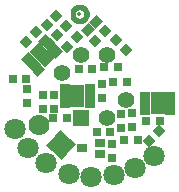
<source format=gbs>
%FSTAX23Y23*%
%MOIN*%
%SFA1B1*%

%IPPOS*%
%AMD27*
4,1,4,0.020900,0.000000,0.000000,0.020900,-0.020900,0.000000,0.000000,-0.020900,0.020900,0.000000,0.0*
%
%AMD30*
4,1,4,0.002600,-0.049400,0.049400,0.002600,-0.002600,0.049400,-0.049400,-0.002600,0.002600,-0.049400,0.0*
%
%AMD56*
4,1,4,-0.005500,-0.019500,0.019500,0.005500,0.005500,0.019500,-0.019500,-0.005500,-0.005500,-0.019500,0.0*
%
%AMD57*
4,1,4,-0.043100,0.009800,0.009800,-0.043100,0.043100,-0.009800,-0.009800,0.043100,-0.043100,0.009800,0.0*
%
%AMD61*
4,1,4,0.001400,0.022200,-0.022200,-0.001400,-0.001400,-0.022200,0.022200,0.001400,0.001400,0.022200,0.0*
%
%AMD63*
4,1,4,0.000000,0.020900,-0.020900,0.000000,0.000000,-0.020900,0.020900,0.000000,0.000000,0.020900,0.0*
%
G04~CAMADD=27~10~0.0~296.6~0.0~0.0~0.0~0.0~0~0.0~0.0~0.0~0.0~0~0.0~0.0~0.0~0.0~0~0.0~0.0~0.0~315.0~296.6~0.0*
%ADD27D27*%
%ADD28R,0.029650X0.029650*%
G04~CAMADD=30~10~0.0~700.1~0.0~0.0~0.0~0.0~0~0.0~0.0~0.0~0.0~0~0.0~0.0~0.0~0.0~0~0.0~0.0~0.0~228.0~700.1~0.0*
%ADD30D30*%
%ADD31C,0.070010*%
%ADD32C,0.054930*%
%ADD33R,0.054930X0.054930*%
%ADD34C,0.013780*%
%ADD35C,0.070990*%
%ADD52C,0.003940*%
%ADD55C,0.017840*%
G04~CAMADD=56~9~0.0~0.0~355.6~198.1~0.0~0.0~0~0.0~0.0~0.0~0.0~0~0.0~0.0~0.0~0.0~0~0.0~0.0~0.0~225.0~390.0~389.0*
%ADD56D56*%
G04~CAMADD=57~9~0.0~0.0~749.3~473.7~0.0~0.0~0~0.0~0.0~0.0~0.0~0~0.0~0.0~0.0~0.0~0~0.0~0.0~0.0~135.0~862.0~861.0*
%ADD57D57*%
%ADD58R,0.035560X0.019810*%
%ADD59R,0.047370X0.074930*%
%ADD60R,0.033390X0.026900*%
G04~CAMADD=61~9~0.0~0.0~335.9~294.6~0.0~0.0~0~0.0~0.0~0.0~0.0~0~0.0~0.0~0.0~0.0~0~0.0~0.0~0.0~45.0~444.0~443.0*
%ADD61D61*%
%ADD62R,0.029650X0.029650*%
G04~CAMADD=63~10~0.0~296.6~0.0~0.0~0.0~0.0~0~0.0~0.0~0.0~0.0~0~0.0~0.0~0.0~0.0~0~0.0~0.0~0.0~405.0~296.6~0.0*
%ADD63D63*%
%LNkoosh_sensor_top_v1_1-1*%
%LPD*%
G54D27*
X00303Y00453D03*
X00336Y00486D03*
X00241Y00466D03*
X00208Y00433D03*
X00073Y00448D03*
X00106Y00481D03*
X00483Y00118D03*
X00516Y00151D03*
G54D28*
X00332Y00365D03*
X00378D03*
X00247Y0036D03*
X00293D03*
X00408Y00315D03*
X00362D03*
X00472Y00185D03*
X00518D03*
X00399Y00124D03*
X00445D03*
X00353Y0015D03*
X00307D03*
X00208Y00195D03*
X00162D03*
X00073Y00325D03*
X00027D03*
G54D30*
X0019Y00105D03*
G54D31*
X00115Y00171D03*
G54D32*
X00192Y00345D03*
X00255Y00407D03*
X00342D03*
X00405Y00257D03*
X00342Y00195D03*
G54D33*
X00255Y00195D03*
G54D34*
X0025Y00542D03*
G54D35*
X00435Y0003D03*
X00215Y0001D03*
X00035Y0016D03*
X00365Y00005D03*
X005Y0007D03*
X0029Y0D03*
X0014Y00045D03*
X0008Y00095D03*
G54D52*
X00233Y0056D03*
G54D55*
X00274Y00542D02*
D01*
X00274Y00544*
X00274Y00546*
X00273Y00547*
X00273Y00549*
X00272Y00551*
X00272Y00552*
X00271Y00554*
X0027Y00555*
X00269Y00556*
X00268Y00558*
X00267Y00559*
X00266Y0056*
X00265Y00561*
X00263Y00562*
X00262Y00563*
X00261Y00564*
X00259Y00564*
X00258Y00565*
X00256Y00565*
X00254Y00566*
X00253Y00566*
X00251Y00566*
X00249*
X00248Y00566*
X00246Y00566*
X00245Y00565*
X00243Y00565*
X00241Y00564*
X0024Y00564*
X00238Y00563*
X00237Y00562*
X00236Y00561*
X00234Y0056*
X00233Y00559*
X00232Y00558*
X00231Y00556*
X0023Y00555*
X00229Y00554*
X00229Y00552*
X00228Y00551*
X00228Y00549*
X00227Y00547*
X00227Y00546*
X00227Y00544*
X00227Y00542*
X00227Y00541*
X00227Y00539*
X00227Y00538*
X00228Y00536*
X00228Y00534*
X00229Y00533*
X00229Y00531*
X0023Y0053*
X00231Y00529*
X00232Y00527*
X00233Y00526*
X00234Y00525*
X00236Y00524*
X00237Y00523*
X00238Y00522*
X0024Y00521*
X00241Y00521*
X00243Y0052*
X00245Y0052*
X00246Y00519*
X00248Y00519*
X00249Y00519*
X00251*
X00253Y00519*
X00254Y00519*
X00256Y0052*
X00258Y0052*
X00259Y00521*
X00261Y00521*
X00262Y00522*
X00263Y00523*
X00265Y00524*
X00266Y00525*
X00267Y00526*
X00268Y00527*
X00269Y00529*
X0027Y0053*
X00271Y00531*
X00272Y00533*
X00272Y00534*
X00273Y00536*
X00273Y00538*
X00274Y00539*
X00274Y00541*
X00274Y00542*
G54D56*
X00133Y00455D03*
X00147Y00441D03*
X00161Y00427D03*
X00175Y00413D03*
X00116Y00354D03*
X00102Y00368D03*
X00088Y00382D03*
X00074Y00396D03*
G54D57*
X00125Y00405D03*
G54D58*
X00202Y0024D03*
Y0026D03*
Y00279D03*
Y00299D03*
X00285D03*
Y00279D03*
Y0026D03*
Y0024D03*
X0047Y00215D03*
Y00235D03*
Y00255D03*
Y00274D03*
X00552D03*
Y00255D03*
Y00235D03*
Y00215D03*
G54D59*
X00243Y00269D03*
X00511Y00245D03*
G54D60*
X00319Y00114D03*
Y00075D03*
X0026Y00095D03*
G54D61*
X00305Y00515D03*
X00278Y00488D03*
G54D62*
X00325Y00308D03*
Y00262D03*
X0013Y00273D03*
Y00227D03*
X00075Y00293D03*
Y00247D03*
X00425Y00167D03*
Y00213D03*
X0039Y00208D03*
Y00162D03*
X0036Y00062D03*
Y00108D03*
X00165Y00273D03*
Y00227D03*
G54D63*
X00406Y00423D03*
X00373Y00456D03*
X00176Y00473D03*
X00143Y00506D03*
X00173Y00536D03*
X00206Y00503D03*
M02*
</source>
